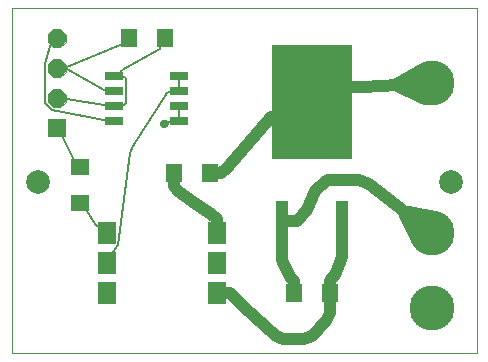
<source format=gtl>
G04 This is an RS-274x file exported by *
G04 gerbv version 2.6.1 *
G04 More information is available about gerbv at *
G04 http://gerbv.geda-project.org/ *
G04 --End of header info--*
%MOIN*%
%FSLAX34Y34*%
%IPPOS*%
G04 --Define apertures--*
%AMMACRO10*
21,1,0.059843,0.070079,0.000000,0.000000,0.000000*
%
%ADD10MACRO10*%
%AMMACRO11*
21,1,0.060000,0.060000,0.000000,0.000000,0.000000*
%
%ADD11MACRO11*%
%AMMACRO12*
21,1,0.039370,0.133858,0.000000,0.000000,0.000000*
%
%ADD12MACRO12*%
%AMMACRO13*
21,1,0.267717,0.377953,0.000000,0.000000,0.000000*
%
%ADD13MACRO13*%
%AMMACRO14*
21,1,0.051181,0.062992,0.000000,0.000000,0.000000*
%
%ADD14MACRO14*%
%AMMACRO15*
21,1,0.062992,0.051181,0.000000,0.000000,0.000000*
%
%ADD15MACRO15*%
%AMMACRO16*
21,1,0.060000,0.024000,0.000000,0.000000,0.000000*
%
%ADD16MACRO16*%
%ADD17C,0.0000*%
%ADD18C,0.0000*%
%ADD19C,0.0060*%
%ADD20C,0.0394*%
%ADD21C,0.0276*%
%ADD22C,0.1500*%
%ADD23C,0.0787*%
G04 --Start main section--*
G36*
G01X0001476Y0008300D02*
G01X0001300Y0008476D01*
G01X0001300Y0008724D01*
G01X0001476Y0008900D01*
G01X0001724Y0008900D01*
G01X0001900Y0008724D01*
G01X0001900Y0008476D01*
G01X0001724Y0008300D01*
G01X0001476Y0008300D01*
G37*
G36*
G01X0001476Y0009300D02*
G01X0001300Y0009476D01*
G01X0001300Y0009724D01*
G01X0001476Y0009900D01*
G01X0001724Y0009900D01*
G01X0001900Y0009724D01*
G01X0001900Y0009476D01*
G01X0001724Y0009300D01*
G01X0001476Y0009300D01*
G37*
G36*
G01X0001476Y0010300D02*
G01X0001300Y0010476D01*
G01X0001300Y0010724D01*
G01X0001476Y0010900D01*
G01X0001724Y0010900D01*
G01X0001900Y0010724D01*
G01X0001900Y0010476D01*
G01X0001724Y0010300D01*
G01X0001476Y0010300D01*
G37*
G54D10*
G01X0006929Y0004100D03*
G01X0006929Y0003100D03*
G01X0006929Y0002100D03*
G01X0003271Y0002100D03*
G01X0003271Y0003100D03*
G01X0003271Y0004100D03*
G54D11*
G01X0001600Y0007600D03*
G54D12*
G01X0011100Y0004502D03*
G01X0009100Y0004502D03*
G54D13*
G01X0010100Y0008478D03*
G54D14*
G01X0005200Y0010610D03*
G01X0004000Y0010610D03*
G01X0010700Y0002100D03*
G01X0009500Y0002100D03*
G01X0005500Y0006100D03*
G01X0006700Y0006100D03*
G54D15*
G01X0002380Y0006310D03*
G01X0002380Y0005110D03*
G54D16*
G01X0005680Y0007850D03*
G01X0003520Y0007850D03*
G01X0005680Y0008350D03*
G01X0005680Y0008850D03*
G01X0003520Y0008350D03*
G01X0003520Y0008850D03*
G01X0005680Y0009350D03*
G01X0003520Y0009350D03*
G54D17*
G01X0000100Y0011596D02*
G01X0000100Y0000100D01*
G01X0015600Y0011596D02*
G01X0000100Y0011596D01*
G01X0015600Y0000100D02*
G01X0015600Y0011596D01*
G01X0000100Y0000100D02*
G01X0015600Y0000100D01*
G54D18*
G01X0001476Y0010300D02*
G01X0001300Y0010476D01*
G01X0001300Y0010476D02*
G01X0001300Y0010724D01*
G01X0001300Y0010724D02*
G01X0001476Y0010900D01*
G01X0001476Y0010900D02*
G01X0001724Y0010900D01*
G01X0001724Y0010900D02*
G01X0001900Y0010724D01*
G01X0001900Y0010724D02*
G01X0001900Y0010476D01*
G01X0001900Y0010476D02*
G01X0001724Y0010300D01*
G01X0001724Y0010300D02*
G01X0001476Y0010300D01*
G01X0001476Y0009300D02*
G01X0001300Y0009476D01*
G01X0001300Y0009476D02*
G01X0001300Y0009724D01*
G01X0001300Y0009724D02*
G01X0001476Y0009900D01*
G01X0001476Y0009900D02*
G01X0001724Y0009900D01*
G01X0001724Y0009900D02*
G01X0001900Y0009724D01*
G01X0001900Y0009724D02*
G01X0001900Y0009476D01*
G01X0001900Y0009476D02*
G01X0001724Y0009300D01*
G01X0001724Y0009300D02*
G01X0001476Y0009300D01*
G01X0001476Y0008300D02*
G01X0001300Y0008476D01*
G01X0001300Y0008476D02*
G01X0001300Y0008724D01*
G01X0001300Y0008724D02*
G01X0001476Y0008900D01*
G01X0001476Y0008900D02*
G01X0001724Y0008900D01*
G01X0001724Y0008900D02*
G01X0001900Y0008724D01*
G01X0001900Y0008724D02*
G01X0001900Y0008476D01*
G01X0001900Y0008476D02*
G01X0001724Y0008300D01*
G01X0001724Y0008300D02*
G01X0001476Y0008300D01*
G54D19*
G01X0001433Y0010385D02*
G01X0001600Y0010600D01*
G01X0001412Y0010364D02*
G01X0001433Y0010385D01*
G01X0001386Y0010337D02*
G01X0001412Y0010364D01*
G01X0001210Y0009762D02*
G01X0001386Y0010337D01*
G01X0001210Y0008513D02*
G01X0001210Y0009762D01*
G01X0001210Y0008438D02*
G01X0001210Y0008513D01*
G01X0001386Y0008263D02*
G01X0001210Y0008438D01*
G01X0001438Y0008210D02*
G01X0001386Y0008263D01*
G01X0003183Y0007880D02*
G01X0001438Y0008210D01*
G01X0003220Y0007880D02*
G01X0003183Y0007880D01*
G01X0003250Y0007880D02*
G01X0003220Y0007880D01*
G01X0003520Y0007850D02*
G01X0003250Y0007880D01*
G01X0005343Y0007820D02*
G01X0005179Y0007734D01*
G01X0005380Y0007820D02*
G01X0005343Y0007820D01*
G01X0005410Y0007820D02*
G01X0005380Y0007820D01*
G01X0005680Y0007850D02*
G01X0005410Y0007820D01*
G01X0005680Y0008260D02*
G01X0005680Y0008350D01*
G01X0005680Y0008230D02*
G01X0005680Y0008260D01*
G01X0005680Y0007970D02*
G01X0005680Y0008230D01*
G01X0005680Y0007940D02*
G01X0005680Y0007970D01*
G01X0005680Y0007850D02*
G01X0005680Y0007940D01*
G01X0001870Y0009634D02*
G01X0001600Y0009600D01*
G01X0001900Y0009634D02*
G01X0001870Y0009634D01*
G01X0001937Y0009634D02*
G01X0001900Y0009634D01*
G01X0003707Y0010385D02*
G01X0001937Y0009634D01*
G01X0003744Y0010385D02*
G01X0003707Y0010385D01*
G01X0003774Y0010385D02*
G01X0003744Y0010385D01*
G01X0004000Y0010610D02*
G01X0003774Y0010385D01*
G01X0001870Y0009566D02*
G01X0001600Y0009600D01*
G01X0001900Y0009566D02*
G01X0001870Y0009566D01*
G01X0001937Y0009566D02*
G01X0001900Y0009566D01*
G01X0003183Y0008880D02*
G01X0001937Y0009566D01*
G01X0003220Y0008880D02*
G01X0003183Y0008880D01*
G01X0003250Y0008880D02*
G01X0003220Y0008880D01*
G01X0003520Y0008850D02*
G01X0003250Y0008880D01*
G01X0003002Y0004360D02*
G01X0003271Y0004100D01*
G01X0002972Y0004360D02*
G01X0003002Y0004360D01*
G01X0002935Y0004360D02*
G01X0002972Y0004360D01*
G01X0002882Y0004413D02*
G01X0002935Y0004360D01*
G01X0002605Y0004854D02*
G01X0002882Y0004413D01*
G01X0002605Y0004884D02*
G01X0002605Y0004854D01*
G01X0002380Y0005110D02*
G01X0002605Y0004884D01*
G01X0005680Y0008940D02*
G01X0005680Y0008850D01*
G01X0005680Y0008970D02*
G01X0005680Y0008940D01*
G01X0005680Y0009230D02*
G01X0005680Y0008970D01*
G01X0005680Y0009260D02*
G01X0005680Y0009230D01*
G01X0005680Y0009350D02*
G01X0005680Y0009260D01*
G01X0003480Y0003420D02*
G01X0003271Y0003100D01*
G01X0003480Y0003450D02*
G01X0003480Y0003420D01*
G01X0003480Y0003488D02*
G01X0003480Y0003450D01*
G01X0003661Y0003712D02*
G01X0003480Y0003488D01*
G01X0004033Y0006763D02*
G01X0003661Y0003712D01*
G01X0004142Y0007025D02*
G01X0004033Y0006763D01*
G01X0005290Y0008767D02*
G01X0004142Y0007025D01*
G01X0005343Y0008820D02*
G01X0005290Y0008767D01*
G01X0005380Y0008820D02*
G01X0005343Y0008820D01*
G01X0005410Y0008820D02*
G01X0005380Y0008820D01*
G01X0005680Y0008850D02*
G01X0005410Y0008820D01*
G01X0003730Y0009440D02*
G01X0003520Y0009350D01*
G01X0003730Y0009470D02*
G01X0003730Y0009440D01*
G01X0003730Y0009507D02*
G01X0003730Y0009470D01*
G01X0003783Y0009560D02*
G01X0003730Y0009507D01*
G01X0004981Y0010205D02*
G01X0003783Y0009560D01*
G01X0005034Y0010258D02*
G01X0004981Y0010205D01*
G01X0005034Y0010295D02*
G01X0005034Y0010258D01*
G01X0005034Y0010325D02*
G01X0005034Y0010295D01*
G01X0005200Y0010610D02*
G01X0005034Y0010325D01*
G01X0003790Y0008380D02*
G01X0003520Y0008350D01*
G01X0003820Y0008380D02*
G01X0003790Y0008380D01*
G01X0003857Y0008380D02*
G01X0003820Y0008380D01*
G01X0003910Y0008433D02*
G01X0003857Y0008380D01*
G01X0003910Y0008507D02*
G01X0003910Y0008433D01*
G01X0003910Y0009007D02*
G01X0003910Y0008507D01*
G01X0003910Y0009267D02*
G01X0003910Y0009007D01*
G01X0003857Y0009320D02*
G01X0003910Y0009267D01*
G01X0003820Y0009320D02*
G01X0003857Y0009320D01*
G01X0003790Y0009320D02*
G01X0003820Y0009320D01*
G01X0003520Y0009350D02*
G01X0003790Y0009320D01*
G01X0001870Y0008566D02*
G01X0001600Y0008600D01*
G01X0001900Y0008566D02*
G01X0001870Y0008566D01*
G01X0001937Y0008566D02*
G01X0001900Y0008566D01*
G01X0003183Y0008380D02*
G01X0001937Y0008566D01*
G01X0003220Y0008380D02*
G01X0003183Y0008380D01*
G01X0003250Y0008380D02*
G01X0003220Y0008380D01*
G01X0003520Y0008350D02*
G01X0003250Y0008380D01*
G01X0001810Y0007330D02*
G01X0001600Y0007600D01*
G01X0001810Y0007300D02*
G01X0001810Y0007330D01*
G01X0001810Y0007263D02*
G01X0001810Y0007300D01*
G01X0002155Y0006603D02*
G01X0001810Y0007263D01*
G01X0002155Y0006566D02*
G01X0002155Y0006603D01*
G01X0002155Y0006536D02*
G01X0002155Y0006566D01*
G01X0002380Y0006310D02*
G01X0002155Y0006536D01*
G01X0005343Y0007820D02*
G01X0005275Y0007686D01*
G01X0005343Y0007820D02*
G01X0005193Y0007841D01*
G54D20*
G01X0009100Y0004029D02*
G01X0009100Y0004502D01*
G01X0009100Y0003832D02*
G01X0009100Y0004029D01*
G01X0009100Y0003360D02*
G01X0009100Y0003832D01*
G01X0009127Y0003223D02*
G01X0009100Y0003360D01*
G01X0009332Y0002729D02*
G01X0009127Y0003223D01*
G01X0009409Y0002613D02*
G01X0009332Y0002729D01*
G01X0009500Y0002521D02*
G01X0009409Y0002613D01*
G01X0009500Y0002415D02*
G01X0009500Y0002521D01*
G01X0009500Y0002218D02*
G01X0009500Y0002415D01*
G01X0009500Y0002100D02*
G01X0009500Y0002218D01*
G01X0009297Y0004502D02*
G01X0009100Y0004502D01*
G01X0009537Y0004502D02*
G01X0009297Y0004502D01*
G01X0009600Y0004528D02*
G01X0009537Y0004502D01*
G01X0009940Y0004867D02*
G01X0009600Y0004528D01*
G01X0010227Y0005497D02*
G01X0009940Y0004867D01*
G01X0010577Y0005847D02*
G01X0010227Y0005497D01*
G01X0010655Y0005880D02*
G01X0010577Y0005847D01*
G01X0011151Y0005880D02*
G01X0010655Y0005880D01*
G01X0011678Y0005880D02*
G01X0011151Y0005880D01*
G01X0012002Y0005745D02*
G01X0011678Y0005880D01*
G01X0014100Y0004100D02*
G01X0012002Y0005745D01*
G01X0011819Y0008990D02*
G01X0014100Y0009100D01*
G01X0011439Y0008990D02*
G01X0011819Y0008990D01*
G01X0011242Y0008990D02*
G01X0011439Y0008990D01*
G01X0010100Y0008478D02*
G01X0011242Y0008990D01*
G01X0008958Y0007966D02*
G01X0010100Y0008478D01*
G01X0008761Y0007966D02*
G01X0008958Y0007966D01*
G01X0007921Y0007024D02*
G01X0008761Y0007966D01*
G01X0007271Y0006284D02*
G01X0007921Y0007024D01*
G01X0007086Y0006100D02*
G01X0007271Y0006284D01*
G01X0006956Y0006100D02*
G01X0007086Y0006100D01*
G01X0006759Y0006100D02*
G01X0006956Y0006100D01*
G01X0006700Y0006100D02*
G01X0006759Y0006100D01*
G01X0006929Y0004254D02*
G01X0006929Y0004100D01*
G01X0006929Y0004450D02*
G01X0006929Y0004254D01*
G01X0006929Y0004574D02*
G01X0006929Y0004450D01*
G01X0006753Y0004750D02*
G01X0006929Y0004574D01*
G01X0006142Y0005144D02*
G01X0006753Y0004750D01*
G01X0005650Y0005529D02*
G01X0006142Y0005144D01*
G01X0005500Y0005679D02*
G01X0005650Y0005529D01*
G01X0005500Y0005785D02*
G01X0005500Y0005679D01*
G01X0005500Y0005982D02*
G01X0005500Y0005785D01*
G01X0005500Y0006100D02*
G01X0005500Y0005982D01*
G01X0010700Y0002218D02*
G01X0010700Y0002100D01*
G01X0010700Y0002415D02*
G01X0010700Y0002218D01*
G01X0010700Y0002521D02*
G01X0010700Y0002415D01*
G01X0010791Y0002613D02*
G01X0010700Y0002521D01*
G01X0010868Y0002729D02*
G01X0010791Y0002613D01*
G01X0011073Y0003223D02*
G01X0010868Y0002729D01*
G01X0011100Y0003360D02*
G01X0011073Y0003223D01*
G01X0011100Y0003832D02*
G01X0011100Y0003360D01*
G01X0011100Y0004029D02*
G01X0011100Y0003832D01*
G01X0011100Y0004502D02*
G01X0011100Y0004029D01*
G01X0007031Y0002100D02*
G01X0006929Y0002100D01*
G01X0007228Y0002100D02*
G01X0007031Y0002100D01*
G01X0007373Y0002100D02*
G01X0007228Y0002100D01*
G01X0007830Y0001643D02*
G01X0007373Y0002100D01*
G01X0008896Y0000692D02*
G01X0007830Y0001643D01*
G01X0009154Y0000585D02*
G01X0008896Y0000692D01*
G01X0009846Y0000585D02*
G01X0009154Y0000585D01*
G01X0010104Y0000692D02*
G01X0009846Y0000585D01*
G01X0010593Y0001181D02*
G01X0010104Y0000692D01*
G01X0010700Y0001440D02*
G01X0010593Y0001181D01*
G01X0010700Y0001785D02*
G01X0010700Y0001440D01*
G01X0010700Y0001982D02*
G01X0010700Y0001785D01*
G01X0010700Y0002100D02*
G01X0010700Y0001982D01*
G01X0013138Y0004854D02*
G01X0014207Y0004643D01*
G01X0013138Y0004854D02*
G01X0013599Y0003866D01*
G01X0012879Y0009041D02*
G01X0013826Y0009581D01*
G01X0012879Y0009041D02*
G01X0013874Y0008595D01*
G54D21*
G01X0005179Y0007734D03*
G54D22*
G01X0014100Y0001600D03*
G01X0014100Y0004100D03*
G01X0014100Y0009100D03*
G54D23*
G01X0014760Y0005800D03*
G01X0000970Y0005800D03*
M02*

</source>
